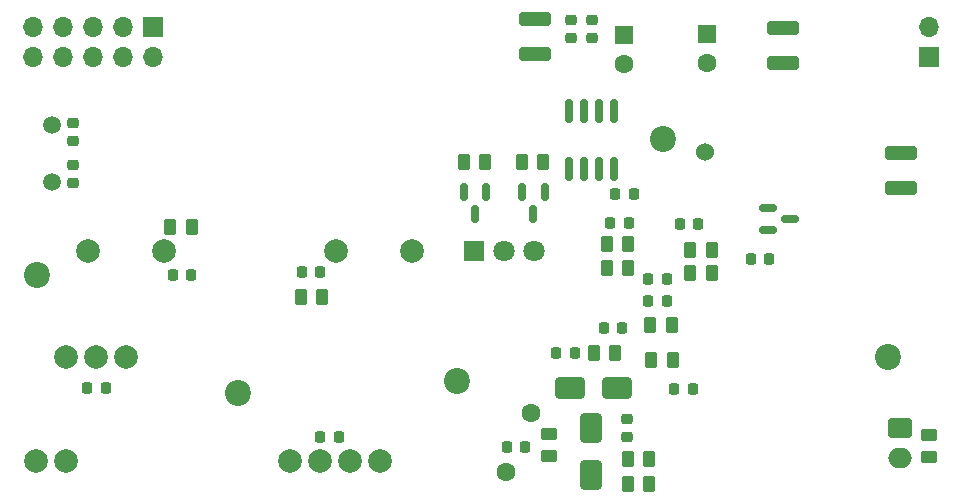
<source format=gbr>
%TF.GenerationSoftware,KiCad,Pcbnew,8.0.2-8.0.2-0~ubuntu22.04.1*%
%TF.CreationDate,2024-05-14T11:32:01+03:00*%
%TF.ProjectId,handle-module,68616e64-6c65-42d6-9d6f-64756c652e6b,rev?*%
%TF.SameCoordinates,Original*%
%TF.FileFunction,Soldermask,Bot*%
%TF.FilePolarity,Negative*%
%FSLAX46Y46*%
G04 Gerber Fmt 4.6, Leading zero omitted, Abs format (unit mm)*
G04 Created by KiCad (PCBNEW 8.0.2-8.0.2-0~ubuntu22.04.1) date 2024-05-14 11:32:01*
%MOMM*%
%LPD*%
G01*
G04 APERTURE LIST*
G04 Aperture macros list*
%AMRoundRect*
0 Rectangle with rounded corners*
0 $1 Rounding radius*
0 $2 $3 $4 $5 $6 $7 $8 $9 X,Y pos of 4 corners*
0 Add a 4 corners polygon primitive as box body*
4,1,4,$2,$3,$4,$5,$6,$7,$8,$9,$2,$3,0*
0 Add four circle primitives for the rounded corners*
1,1,$1+$1,$2,$3*
1,1,$1+$1,$4,$5*
1,1,$1+$1,$6,$7*
1,1,$1+$1,$8,$9*
0 Add four rect primitives between the rounded corners*
20,1,$1+$1,$2,$3,$4,$5,0*
20,1,$1+$1,$4,$5,$6,$7,0*
20,1,$1+$1,$6,$7,$8,$9,0*
20,1,$1+$1,$8,$9,$2,$3,0*%
G04 Aperture macros list end*
%ADD10C,1.500000*%
%ADD11R,1.700000X1.700000*%
%ADD12O,1.700000X1.700000*%
%ADD13C,2.000000*%
%ADD14R,1.600000X1.600000*%
%ADD15C,1.600000*%
%ADD16C,2.200000*%
%ADD17R,1.800000X1.800000*%
%ADD18C,1.800000*%
%ADD19RoundRect,0.250000X-0.750000X0.600000X-0.750000X-0.600000X0.750000X-0.600000X0.750000X0.600000X0*%
%ADD20O,2.000000X1.700000*%
%ADD21C,1.524000*%
%ADD22RoundRect,0.250000X-0.262500X-0.450000X0.262500X-0.450000X0.262500X0.450000X-0.262500X0.450000X0*%
%ADD23RoundRect,0.150000X-0.150000X0.587500X-0.150000X-0.587500X0.150000X-0.587500X0.150000X0.587500X0*%
%ADD24RoundRect,0.150000X-0.150000X0.825000X-0.150000X-0.825000X0.150000X-0.825000X0.150000X0.825000X0*%
%ADD25RoundRect,0.225000X0.250000X-0.225000X0.250000X0.225000X-0.250000X0.225000X-0.250000X-0.225000X0*%
%ADD26RoundRect,0.250000X-1.100000X0.325000X-1.100000X-0.325000X1.100000X-0.325000X1.100000X0.325000X0*%
%ADD27RoundRect,0.250000X0.262500X0.450000X-0.262500X0.450000X-0.262500X-0.450000X0.262500X-0.450000X0*%
%ADD28RoundRect,0.225000X0.225000X0.250000X-0.225000X0.250000X-0.225000X-0.250000X0.225000X-0.250000X0*%
%ADD29RoundRect,0.225000X-0.225000X-0.250000X0.225000X-0.250000X0.225000X0.250000X-0.225000X0.250000X0*%
%ADD30RoundRect,0.250000X0.450000X-0.262500X0.450000X0.262500X-0.450000X0.262500X-0.450000X-0.262500X0*%
%ADD31RoundRect,0.225000X-0.250000X0.225000X-0.250000X-0.225000X0.250000X-0.225000X0.250000X0.225000X0*%
%ADD32RoundRect,0.150000X-0.587500X-0.150000X0.587500X-0.150000X0.587500X0.150000X-0.587500X0.150000X0*%
%ADD33RoundRect,0.250000X1.000000X0.650000X-1.000000X0.650000X-1.000000X-0.650000X1.000000X-0.650000X0*%
%ADD34RoundRect,0.250000X0.650000X-1.000000X0.650000X1.000000X-0.650000X1.000000X-0.650000X-1.000000X0*%
%ADD35RoundRect,0.250000X1.100000X-0.325000X1.100000X0.325000X-1.100000X0.325000X-1.100000X-0.325000X0*%
G04 APERTURE END LIST*
D10*
%TO.C,X1*%
X58740487Y-93175000D03*
X58740487Y-88295000D03*
%TD*%
D11*
%TO.C,J1*%
X132975000Y-82600000D03*
D12*
X132975000Y-80060000D03*
%TD*%
D13*
%TO.C,U2*%
X57370487Y-116750000D03*
X59910487Y-116750000D03*
X78870487Y-116750000D03*
X81410487Y-116750000D03*
X83950487Y-116750000D03*
X86490487Y-116750000D03*
%TD*%
D14*
%TO.C,C6*%
X107200000Y-80700000D03*
D15*
X107200000Y-83200000D03*
%TD*%
D14*
%TO.C,C5*%
X114200000Y-80617621D03*
D15*
X114200000Y-83117621D03*
%TD*%
D16*
%TO.C,H4*%
X57500000Y-101000000D03*
%TD*%
%TO.C,H3*%
X74500000Y-111000000D03*
%TD*%
D13*
%TO.C,U1*%
X59910487Y-108000000D03*
X62450487Y-108000000D03*
X64990487Y-108000000D03*
%TD*%
D17*
%TO.C,D1*%
X94440487Y-99000000D03*
D18*
X96980487Y-99000000D03*
X99520487Y-99000000D03*
%TD*%
D15*
%TO.C,RV1*%
X97150000Y-117700000D03*
X99250000Y-112700000D03*
%TD*%
D19*
%TO.C,J2*%
X130490487Y-114000000D03*
D20*
X130490487Y-116500000D03*
%TD*%
D13*
%TO.C,SW2*%
X82740487Y-99000000D03*
X89240487Y-99000000D03*
%TD*%
D16*
%TO.C,H5*%
X129500000Y-108000000D03*
%TD*%
D21*
%TO.C,TP2*%
X114000000Y-90600000D03*
%TD*%
D16*
%TO.C,H2*%
X93000000Y-110000000D03*
%TD*%
%TO.C,H1*%
X110500000Y-89500000D03*
%TD*%
D13*
%TO.C,SW1*%
X61740487Y-99000000D03*
X68240487Y-99000000D03*
%TD*%
D11*
%TO.C,J3*%
X67280487Y-80000000D03*
D12*
X67280487Y-82540000D03*
X64740487Y-80000000D03*
X64740487Y-82540000D03*
X62200487Y-80000000D03*
X62200487Y-82540000D03*
X59660487Y-80000000D03*
X59660487Y-82540000D03*
X57120487Y-80000000D03*
X57120487Y-82540000D03*
%TD*%
D22*
%TO.C,R27*%
X112790487Y-100900000D03*
X114615487Y-100900000D03*
%TD*%
D23*
%TO.C,Q2*%
X93620487Y-94025000D03*
X95520487Y-94025000D03*
X94570487Y-95900000D03*
%TD*%
D24*
%TO.C,U7*%
X102495000Y-87125000D03*
X103765000Y-87125000D03*
X105035000Y-87125000D03*
X106305000Y-87125000D03*
X106305000Y-92075000D03*
X105035000Y-92075000D03*
X103765000Y-92075000D03*
X102495000Y-92075000D03*
%TD*%
D25*
%TO.C,C19*%
X60490487Y-93250000D03*
X60490487Y-91700000D03*
%TD*%
D22*
%TO.C,R14*%
X109490487Y-108200000D03*
X111315487Y-108200000D03*
%TD*%
D26*
%TO.C,C7*%
X99600000Y-79325000D03*
X99600000Y-82275000D03*
%TD*%
D27*
%TO.C,R12*%
X109300000Y-118700000D03*
X107475000Y-118700000D03*
%TD*%
D28*
%TO.C,C20*%
X110775000Y-103200000D03*
X109225000Y-103200000D03*
%TD*%
D23*
%TO.C,Q1*%
X98540487Y-94025000D03*
X100440487Y-94025000D03*
X99490487Y-95900000D03*
%TD*%
D28*
%TO.C,C24*%
X112965487Y-110700000D03*
X111415487Y-110700000D03*
%TD*%
D29*
%TO.C,C12*%
X97225000Y-115600000D03*
X98775000Y-115600000D03*
%TD*%
%TO.C,C2*%
X81465487Y-114750000D03*
X83015487Y-114750000D03*
%TD*%
D30*
%TO.C,R8*%
X100800000Y-116312500D03*
X100800000Y-114487500D03*
%TD*%
D22*
%TO.C,R13*%
X104590487Y-107600000D03*
X106415487Y-107600000D03*
%TD*%
D31*
%TO.C,C8*%
X102700000Y-79425000D03*
X102700000Y-80975000D03*
%TD*%
D25*
%TO.C,C9*%
X104460000Y-80975000D03*
X104460000Y-79425000D03*
%TD*%
D22*
%TO.C,R11*%
X107475000Y-116600000D03*
X109300000Y-116600000D03*
%TD*%
D29*
%TO.C,C4*%
X79915487Y-100800000D03*
X81465487Y-100800000D03*
%TD*%
D28*
%TO.C,C23*%
X110775000Y-101400000D03*
X109225000Y-101400000D03*
%TD*%
%TO.C,C25*%
X119475000Y-99700000D03*
X117925000Y-99700000D03*
%TD*%
D29*
%TO.C,C1*%
X61715487Y-110600000D03*
X63265487Y-110600000D03*
%TD*%
D22*
%TO.C,R15*%
X109390487Y-105300000D03*
X111215487Y-105300000D03*
%TD*%
%TO.C,R1*%
X98520487Y-91500000D03*
X100345487Y-91500000D03*
%TD*%
D29*
%TO.C,C29*%
X111915487Y-96700000D03*
X113465487Y-96700000D03*
%TD*%
D31*
%TO.C,C18*%
X60490487Y-88175000D03*
X60490487Y-89725000D03*
%TD*%
D28*
%TO.C,C3*%
X70540487Y-101000000D03*
X68990487Y-101000000D03*
%TD*%
D29*
%TO.C,C33*%
X106425000Y-94200000D03*
X107975000Y-94200000D03*
%TD*%
D26*
%TO.C,C32*%
X120600000Y-80125000D03*
X120600000Y-83075000D03*
%TD*%
D32*
%TO.C,Q11*%
X119352987Y-97250000D03*
X119352987Y-95350000D03*
X121227987Y-96300000D03*
%TD*%
D28*
%TO.C,C16*%
X106977987Y-105500000D03*
X105427987Y-105500000D03*
%TD*%
D22*
%TO.C,R2*%
X93607987Y-91500000D03*
X95432987Y-91500000D03*
%TD*%
D25*
%TO.C,C26*%
X107437500Y-114775000D03*
X107437500Y-113225000D03*
%TD*%
D30*
%TO.C,R23*%
X132990487Y-116412500D03*
X132990487Y-114587500D03*
%TD*%
D28*
%TO.C,C31*%
X107565487Y-96600000D03*
X106015487Y-96600000D03*
%TD*%
D33*
%TO.C,D8*%
X106602987Y-110600000D03*
X102602987Y-110600000D03*
%TD*%
D29*
%TO.C,C14*%
X101425000Y-107600000D03*
X102975000Y-107600000D03*
%TD*%
D27*
%TO.C,R25*%
X114615487Y-98900000D03*
X112790487Y-98900000D03*
%TD*%
D22*
%TO.C,R4*%
X68765487Y-97000000D03*
X70590487Y-97000000D03*
%TD*%
D34*
%TO.C,D7*%
X104400000Y-118000000D03*
X104400000Y-114000000D03*
%TD*%
D27*
%TO.C,R3*%
X81602987Y-102900000D03*
X79777987Y-102900000D03*
%TD*%
D35*
%TO.C,C27*%
X130590487Y-93675000D03*
X130590487Y-90725000D03*
%TD*%
D27*
%TO.C,R28*%
X107512500Y-100400000D03*
X105687500Y-100400000D03*
%TD*%
D22*
%TO.C,R29*%
X105687500Y-98400000D03*
X107512500Y-98400000D03*
%TD*%
M02*

</source>
